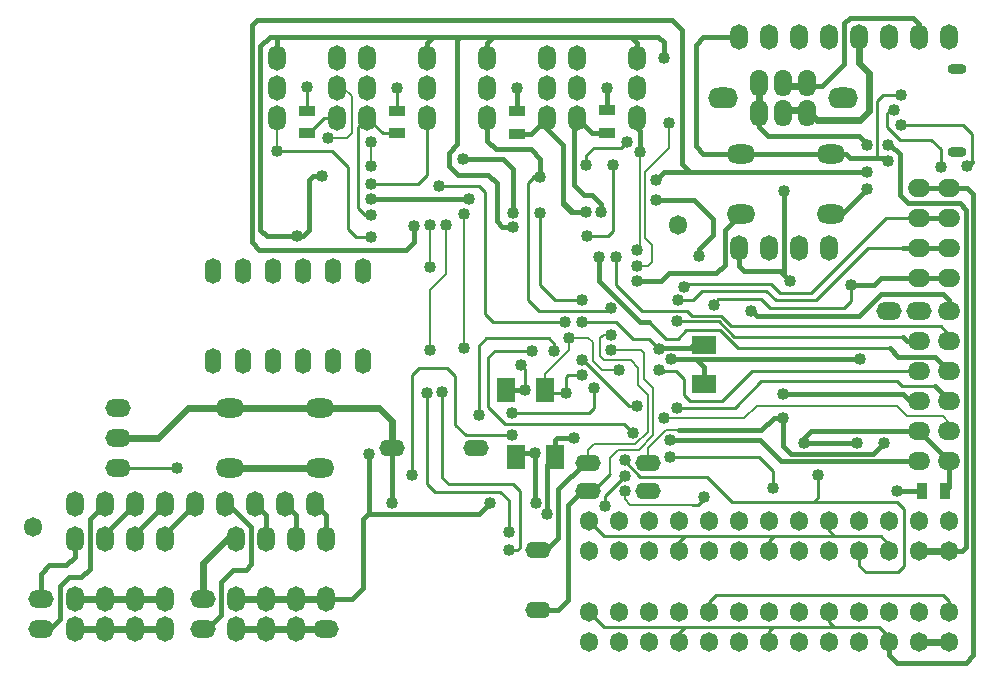
<source format=gbl>
G04 (created by PCBNEW-RS274X (2012-01-19 BZR 3256)-stable) date 30/5/2556 14:25:47*
G01*
G70*
G90*
%MOIN*%
G04 Gerber Fmt 3.4, Leading zero omitted, Abs format*
%FSLAX34Y34*%
G04 APERTURE LIST*
%ADD10C,0.006000*%
%ADD11O,0.060000X0.065000*%
%ADD12O,0.060000X0.085000*%
%ADD13O,0.085000X0.055000*%
%ADD14O,0.085000X0.060000*%
%ADD15O,0.095000X0.064000*%
%ADD16O,0.060000X0.090000*%
%ADD17O,0.100000X0.070000*%
%ADD18O,0.055000X0.085000*%
%ADD19O,0.075000X0.060000*%
%ADD20R,0.060000X0.080000*%
%ADD21R,0.080000X0.060000*%
%ADD22R,0.035000X0.055000*%
%ADD23C,0.060000*%
%ADD24R,0.055000X0.035000*%
%ADD25O,0.063000X0.035400*%
%ADD26C,0.040000*%
%ADD27C,0.010000*%
%ADD28C,0.015000*%
%ADD29C,0.008000*%
%ADD30C,0.024000*%
G04 APERTURE END LIST*
G54D10*
G54D11*
X71949Y-48170D03*
X71949Y-49170D03*
X70949Y-48170D03*
X70949Y-49170D03*
X69949Y-48170D03*
X69949Y-49170D03*
X68949Y-48170D03*
X68949Y-49170D03*
X67949Y-48170D03*
X67949Y-49170D03*
X66949Y-48170D03*
X66949Y-49170D03*
X65949Y-48170D03*
X65949Y-49170D03*
X64949Y-48170D03*
X64949Y-49170D03*
X63949Y-48170D03*
X63949Y-49170D03*
X62949Y-48170D03*
X62949Y-49170D03*
X61949Y-48170D03*
X61949Y-49170D03*
X60949Y-48170D03*
X60949Y-49170D03*
X59949Y-48170D03*
X59949Y-49170D03*
X41402Y-45342D03*
X62898Y-35283D03*
G54D12*
X64943Y-36027D03*
X65943Y-36027D03*
X66943Y-36027D03*
X67943Y-36027D03*
G54D13*
X58246Y-48116D03*
X58246Y-46116D03*
G54D14*
X41678Y-48737D03*
X41678Y-47737D03*
G54D15*
X68016Y-32897D03*
X68016Y-34897D03*
X65016Y-32897D03*
X65016Y-34897D03*
G54D16*
X67210Y-30530D03*
X67210Y-31550D03*
X66410Y-30530D03*
X66410Y-31550D03*
X65610Y-30530D03*
X65610Y-31550D03*
G54D17*
X64410Y-31040D03*
X68410Y-31040D03*
G54D12*
X48186Y-45737D03*
X49186Y-45737D03*
X50186Y-45737D03*
X51186Y-45737D03*
G54D14*
X47064Y-48745D03*
X47064Y-47745D03*
G54D13*
X61914Y-43204D03*
X59914Y-43204D03*
G54D12*
X51538Y-29692D03*
X51538Y-30692D03*
X51538Y-31692D03*
X52538Y-29692D03*
X52538Y-30692D03*
X52538Y-31692D03*
G54D18*
X52423Y-36816D03*
X47423Y-36816D03*
X47423Y-39808D03*
X52423Y-39808D03*
X51423Y-39808D03*
X50423Y-39808D03*
X49423Y-39808D03*
X48423Y-39808D03*
X51423Y-36816D03*
X50423Y-36816D03*
X49423Y-36816D03*
X48423Y-36816D03*
G54D12*
X42804Y-44564D03*
X43804Y-44564D03*
X44804Y-44564D03*
X45804Y-44564D03*
X46804Y-44564D03*
X47804Y-44564D03*
X48804Y-44564D03*
X49804Y-44564D03*
X50804Y-44564D03*
X61538Y-31692D03*
X61538Y-30692D03*
X61538Y-29692D03*
X56538Y-31692D03*
X56538Y-30692D03*
X56538Y-29692D03*
X54538Y-31692D03*
X54538Y-30692D03*
X54538Y-29692D03*
X49538Y-31692D03*
X49538Y-30692D03*
X49538Y-29692D03*
G54D14*
X44237Y-41361D03*
X44237Y-42361D03*
X44237Y-43361D03*
G54D13*
X61914Y-44136D03*
X59914Y-44136D03*
G54D12*
X58538Y-29692D03*
X58538Y-30692D03*
X58538Y-31692D03*
X59538Y-29692D03*
X59538Y-30692D03*
X59538Y-31692D03*
G54D19*
X71950Y-43150D03*
X71950Y-42150D03*
X71950Y-41150D03*
X71950Y-40150D03*
X71950Y-39150D03*
X71950Y-38150D03*
X70950Y-43150D03*
X70950Y-42150D03*
X70950Y-41150D03*
X70950Y-40150D03*
X70950Y-39150D03*
G54D12*
X51186Y-47737D03*
G54D14*
X51186Y-48737D03*
G54D12*
X50186Y-47737D03*
X50186Y-48737D03*
X49186Y-47737D03*
X49186Y-48737D03*
X48186Y-47737D03*
X48186Y-48737D03*
X42800Y-45737D03*
X43800Y-45737D03*
X44800Y-45737D03*
X45800Y-45737D03*
X45800Y-47737D03*
X45800Y-48737D03*
X44800Y-47737D03*
X44800Y-48737D03*
X43800Y-47737D03*
X43800Y-48737D03*
X42800Y-47737D03*
X42800Y-48737D03*
G54D20*
X57508Y-43008D03*
X58808Y-43008D03*
X57166Y-40779D03*
X58466Y-40779D03*
G54D21*
X63783Y-39283D03*
X63783Y-40583D03*
G54D22*
X71045Y-44142D03*
X71795Y-44142D03*
G54D23*
X71865Y-34030D02*
X72015Y-34030D01*
X71865Y-35030D02*
X72015Y-35030D01*
X71865Y-36030D02*
X72015Y-36030D01*
X71865Y-37030D02*
X72015Y-37030D01*
G54D12*
X70944Y-29016D03*
X71944Y-29016D03*
G54D14*
X70930Y-38150D03*
X69930Y-38150D03*
G54D24*
X50544Y-31461D03*
X50544Y-32211D03*
X53543Y-31468D03*
X53543Y-32218D03*
X57540Y-31482D03*
X57540Y-32232D03*
X60537Y-31449D03*
X60537Y-32199D03*
G54D15*
X50976Y-41378D03*
X50976Y-43378D03*
X47976Y-41378D03*
X47976Y-43378D03*
G54D11*
X71951Y-45149D03*
X71951Y-46149D03*
X70951Y-45149D03*
X70951Y-46149D03*
X69951Y-45149D03*
X69951Y-46149D03*
X68951Y-45149D03*
X68951Y-46149D03*
X67951Y-45149D03*
X67951Y-46149D03*
X66951Y-45149D03*
X66951Y-46149D03*
X65951Y-45149D03*
X65951Y-46149D03*
X64951Y-45149D03*
X64951Y-46149D03*
X63951Y-45149D03*
X63951Y-46149D03*
X62951Y-45149D03*
X62951Y-46149D03*
X61951Y-45149D03*
X61951Y-46149D03*
X60951Y-45149D03*
X60951Y-46149D03*
X59951Y-45149D03*
X59951Y-46149D03*
G54D23*
X70865Y-34030D02*
X71015Y-34030D01*
X70865Y-35030D02*
X71015Y-35030D01*
X70865Y-36030D02*
X71015Y-36030D01*
X70865Y-37030D02*
X71015Y-37030D01*
G54D25*
X72192Y-32822D03*
X72192Y-30066D03*
G54D12*
X64944Y-29015D03*
X65944Y-29015D03*
X66944Y-29015D03*
X67944Y-29015D03*
X69944Y-29016D03*
X68944Y-29016D03*
G54D13*
X56183Y-42714D03*
X53383Y-42714D03*
G54D26*
X67118Y-42544D03*
X59703Y-40266D03*
X60926Y-40111D03*
X58170Y-44526D03*
X62684Y-39741D03*
X59265Y-39030D03*
X68964Y-39742D03*
X59153Y-38505D03*
X56633Y-44528D03*
X52605Y-42915D03*
X58152Y-42874D03*
X68880Y-42546D03*
X59160Y-40881D03*
X54941Y-33975D03*
X69206Y-33518D03*
X64101Y-37932D03*
X62184Y-33780D03*
X54102Y-35292D03*
X69207Y-32601D03*
X68667Y-37266D03*
X62609Y-31883D03*
X61554Y-36648D03*
X52668Y-35681D03*
X49532Y-32796D03*
X60660Y-38034D03*
X58314Y-33660D03*
X54639Y-36681D03*
X54634Y-35286D03*
X52668Y-33906D03*
X61554Y-36098D03*
X61638Y-32844D03*
X53385Y-44532D03*
X65351Y-38129D03*
X60462Y-44645D03*
X70353Y-30929D03*
X62290Y-39410D03*
X57798Y-40766D03*
X59716Y-37767D03*
X58532Y-44892D03*
X66420Y-40916D03*
X50199Y-35643D03*
X51032Y-33624D03*
X66441Y-34128D03*
X58316Y-34855D03*
X59716Y-38506D03*
X69909Y-33153D03*
X66628Y-37136D03*
X57408Y-34856D03*
X57408Y-35334D03*
X55776Y-39374D03*
X59872Y-35628D03*
X69780Y-42544D03*
X62430Y-29712D03*
X55756Y-33082D03*
X66417Y-41694D03*
X60736Y-33268D03*
X59448Y-42372D03*
X61128Y-43628D03*
X57661Y-39931D03*
X55782Y-34902D03*
X60847Y-36343D03*
X70106Y-31446D03*
X71672Y-33330D03*
X54537Y-40854D03*
X57261Y-45498D03*
X57261Y-46113D03*
X70353Y-31932D03*
X55056Y-40851D03*
X72558Y-33318D03*
X58763Y-39456D03*
X56259Y-41619D03*
X46192Y-43361D03*
X61128Y-44130D03*
X63762Y-44342D03*
X51233Y-32360D03*
X52668Y-34952D03*
X59853Y-34848D03*
X60341Y-34848D03*
X61396Y-42200D03*
X62637Y-42444D03*
X58049Y-39454D03*
X62446Y-41716D03*
X62868Y-41356D03*
X70194Y-44146D03*
X55182Y-35284D03*
X54642Y-39431D03*
X60660Y-39436D03*
X60660Y-38940D03*
X59703Y-39759D03*
X61553Y-41292D03*
X61553Y-37141D03*
X69206Y-34079D03*
X61205Y-32508D03*
X59855Y-33273D03*
X53542Y-30690D03*
X52668Y-33318D03*
X52668Y-32502D03*
X50540Y-30682D03*
X57542Y-30690D03*
X60536Y-30696D03*
X62874Y-38478D03*
X62289Y-40095D03*
X62640Y-43012D03*
X66084Y-44036D03*
X60288Y-36352D03*
X63117Y-37332D03*
X62906Y-37769D03*
X57370Y-41546D03*
X54033Y-43617D03*
X57369Y-42279D03*
X60105Y-40692D03*
X67587Y-43596D03*
X61131Y-43089D03*
X69903Y-32594D03*
X55936Y-34394D03*
X52671Y-34395D03*
X63599Y-36320D03*
X62181Y-34439D03*
G54D27*
X59160Y-40881D02*
X59160Y-40349D01*
G54D28*
X53270Y-44894D02*
X52576Y-44894D01*
X63506Y-39741D02*
X68963Y-39741D01*
G54D29*
X58466Y-40227D02*
X58466Y-40779D01*
G54D27*
X59160Y-40349D02*
X59243Y-40266D01*
X59243Y-40266D02*
X59703Y-40266D01*
G54D29*
X59265Y-39428D02*
X58466Y-40227D01*
X59265Y-39030D02*
X59918Y-39030D01*
X60926Y-40111D02*
X60365Y-40111D01*
G54D28*
X68878Y-42544D02*
X67118Y-42544D01*
X69468Y-42150D02*
X67351Y-42150D01*
G54D27*
X56469Y-34164D02*
X56469Y-38223D01*
G54D30*
X49186Y-47737D02*
X50186Y-47737D01*
G54D27*
X54941Y-33975D02*
X56280Y-33975D01*
G54D30*
X50186Y-47737D02*
X51186Y-47737D01*
G54D28*
X52043Y-47737D02*
X51186Y-47737D01*
X53270Y-44894D02*
X56267Y-44894D01*
X56267Y-44894D02*
X56633Y-44528D01*
X58152Y-44508D02*
X58170Y-44526D01*
G54D27*
X56751Y-38505D02*
X59153Y-38505D01*
G54D28*
X62684Y-39741D02*
X63506Y-39741D01*
X67118Y-42544D02*
X67118Y-42546D01*
G54D30*
X42800Y-47737D02*
X43800Y-47737D01*
G54D27*
X56469Y-38223D02*
X56751Y-38505D01*
G54D28*
X68878Y-42544D02*
X68880Y-42546D01*
G54D29*
X60067Y-39813D02*
X60365Y-40111D01*
X60067Y-39179D02*
X60067Y-39813D01*
X59918Y-39030D02*
X60067Y-39179D01*
G54D30*
X43800Y-47737D02*
X44800Y-47737D01*
X44800Y-47737D02*
X45800Y-47737D01*
G54D28*
X58152Y-42874D02*
X57642Y-42874D01*
X52605Y-44865D02*
X52576Y-44894D01*
X67351Y-42150D02*
X67118Y-42383D01*
G54D27*
X59153Y-38505D02*
X59154Y-38505D01*
G54D28*
X52576Y-44894D02*
X52411Y-45059D01*
X71950Y-43150D02*
X70950Y-42150D01*
X71950Y-43987D02*
X71795Y-44142D01*
X67118Y-42383D02*
X67118Y-42544D01*
X57642Y-42874D02*
X57508Y-43008D01*
G54D27*
X59160Y-40881D02*
X58568Y-40881D01*
G54D28*
X52605Y-42915D02*
X52605Y-44865D01*
G54D30*
X48186Y-47737D02*
X49186Y-47737D01*
G54D28*
X58152Y-42874D02*
X58152Y-44508D01*
X71950Y-43150D02*
X71950Y-43987D01*
G54D27*
X56280Y-33975D02*
X56469Y-34164D01*
G54D29*
X59265Y-39030D02*
X59265Y-39428D01*
G54D27*
X58568Y-40881D02*
X58466Y-40779D01*
X58568Y-40881D02*
X58466Y-40779D01*
G54D28*
X70950Y-42150D02*
X69468Y-42150D01*
X63783Y-40018D02*
X63506Y-39741D01*
X68963Y-39741D02*
X68964Y-39742D01*
G54D27*
X58568Y-40881D02*
X58466Y-40779D01*
G54D28*
X52411Y-45059D02*
X52411Y-47369D01*
X52411Y-47369D02*
X52043Y-47737D01*
X63783Y-40583D02*
X63783Y-40018D01*
X69206Y-33518D02*
X63314Y-33518D01*
X63030Y-33234D02*
X63314Y-33518D01*
X62715Y-28440D02*
X63030Y-28755D01*
X62559Y-28440D02*
X62564Y-28445D01*
X69449Y-37266D02*
X69685Y-37030D01*
G54D27*
X64101Y-37932D02*
X64101Y-37893D01*
G54D28*
X65610Y-31990D02*
X65917Y-32297D01*
X63314Y-33518D02*
X62446Y-33518D01*
G54D27*
X68437Y-38048D02*
X68117Y-38048D01*
G54D28*
X49221Y-36100D02*
X48952Y-36100D01*
G54D27*
X68117Y-38048D02*
X66663Y-38048D01*
G54D28*
X49322Y-28440D02*
X48862Y-28440D01*
X48705Y-35853D02*
X48952Y-36100D01*
X54102Y-35848D02*
X53850Y-36100D01*
X65610Y-31440D02*
X65610Y-31990D01*
X68667Y-37266D02*
X69449Y-37266D01*
X48705Y-28597D02*
X48705Y-35853D01*
G54D27*
X65679Y-37746D02*
X65484Y-37746D01*
G54D28*
X61890Y-28440D02*
X62715Y-28440D01*
G54D27*
X68667Y-37266D02*
X68667Y-37818D01*
G54D28*
X68930Y-32297D02*
X68572Y-32297D01*
X69168Y-32535D02*
X69168Y-32535D01*
X62415Y-28440D02*
X62559Y-28440D01*
G54D27*
X66663Y-38048D02*
X65981Y-38048D01*
G54D30*
X65610Y-30640D02*
X65610Y-31440D01*
G54D28*
X63030Y-32991D02*
X63030Y-33234D01*
X69168Y-32601D02*
X69168Y-32535D01*
G54D27*
X68667Y-37818D02*
X68437Y-38048D01*
G54D28*
X65917Y-32297D02*
X68572Y-32297D01*
X63030Y-28755D02*
X63030Y-32991D01*
X61890Y-28440D02*
X62415Y-28440D01*
X49322Y-28440D02*
X61890Y-28440D01*
G54D27*
X65981Y-38048D02*
X65679Y-37746D01*
G54D28*
X48862Y-28440D02*
X48705Y-28597D01*
X69168Y-32535D02*
X68930Y-32297D01*
X69685Y-37030D02*
X70940Y-37030D01*
X70940Y-37030D02*
X71940Y-37030D01*
X53850Y-36100D02*
X49221Y-36100D01*
X62446Y-33518D02*
X62184Y-33780D01*
X54102Y-35292D02*
X54102Y-35848D01*
X69207Y-32601D02*
X69168Y-32601D01*
G54D27*
X65484Y-37746D02*
X64658Y-37746D01*
X64248Y-37746D02*
X64658Y-37746D01*
X64101Y-37893D02*
X64248Y-37746D01*
G54D29*
X61898Y-36648D02*
X61554Y-36648D01*
X62609Y-31883D02*
X62609Y-32701D01*
X62034Y-35938D02*
X62034Y-36512D01*
X62034Y-36512D02*
X61898Y-36648D01*
X61814Y-33496D02*
X61814Y-35718D01*
X62609Y-32701D02*
X61814Y-33496D01*
X61814Y-35718D02*
X62034Y-35938D01*
G54D27*
X52668Y-35681D02*
X52187Y-35681D01*
G54D29*
X49532Y-32796D02*
X49532Y-31698D01*
G54D27*
X51367Y-32796D02*
X51905Y-33334D01*
X49532Y-32796D02*
X51367Y-32796D01*
X51905Y-33334D02*
X51551Y-32980D01*
X52187Y-35681D02*
X51905Y-35399D01*
G54D29*
X49532Y-31698D02*
X49538Y-31692D01*
G54D27*
X51905Y-35399D02*
X51905Y-33334D01*
X60562Y-38132D02*
X60660Y-38034D01*
X58274Y-38132D02*
X60562Y-38132D01*
G54D28*
X58009Y-32753D02*
X58314Y-33058D01*
X56538Y-31692D02*
X56538Y-32465D01*
G54D27*
X57902Y-34079D02*
X57902Y-33867D01*
X57902Y-34380D02*
X57902Y-37044D01*
G54D28*
X56826Y-32753D02*
X58009Y-32753D01*
G54D27*
X57902Y-33867D02*
X58109Y-33660D01*
X57902Y-34119D02*
X57902Y-34079D01*
G54D28*
X58314Y-33660D02*
X58109Y-33660D01*
X56538Y-32465D02*
X56826Y-32753D01*
X58314Y-33058D02*
X58314Y-33660D01*
G54D27*
X57902Y-37760D02*
X58274Y-38132D01*
X57902Y-37044D02*
X57902Y-37760D01*
X57902Y-34380D02*
X57902Y-34119D01*
G54D29*
X54635Y-36225D02*
X54635Y-35287D01*
X54639Y-36681D02*
X54635Y-36711D01*
X54635Y-35287D02*
X54634Y-35286D01*
X54635Y-36711D02*
X54635Y-36225D01*
G54D27*
X54538Y-33613D02*
X54538Y-31692D01*
X54245Y-33906D02*
X54538Y-33613D01*
X52668Y-33906D02*
X54245Y-33906D01*
G54D28*
X61538Y-31692D02*
X61538Y-32042D01*
G54D29*
X61638Y-36014D02*
X61554Y-36098D01*
X61638Y-32844D02*
X61638Y-36014D01*
X61638Y-32816D02*
X61638Y-36014D01*
X61638Y-36014D02*
X61554Y-36098D01*
G54D28*
X61638Y-32142D02*
X61638Y-32816D01*
X61538Y-32042D02*
X61638Y-32142D01*
G54D29*
X61638Y-36014D02*
X61554Y-36098D01*
G54D28*
X61638Y-32816D02*
X61638Y-32844D01*
X42800Y-46324D02*
X42800Y-45737D01*
X41678Y-47737D02*
X41678Y-46894D01*
X41678Y-46894D02*
X41957Y-46615D01*
X42509Y-46615D02*
X42800Y-46324D01*
X41957Y-46615D02*
X42509Y-46615D01*
X43800Y-45568D02*
X44804Y-44564D01*
X43800Y-45737D02*
X43800Y-45568D01*
X44800Y-45568D02*
X45804Y-44564D01*
X44800Y-45737D02*
X44800Y-45568D01*
X45800Y-45568D02*
X46804Y-44564D01*
X45800Y-45737D02*
X45800Y-45568D01*
G54D30*
X47064Y-46544D02*
X47871Y-45737D01*
X47064Y-47745D02*
X47064Y-46544D01*
X47871Y-45737D02*
X48186Y-45737D01*
G54D28*
X49186Y-45737D02*
X49186Y-44946D01*
X49186Y-44946D02*
X48804Y-44564D01*
X51186Y-45737D02*
X51186Y-44946D01*
X51186Y-44946D02*
X50804Y-44564D01*
X50186Y-44946D02*
X49804Y-44564D01*
X50186Y-45737D02*
X50186Y-44946D01*
G54D27*
X63949Y-48170D02*
X63949Y-47821D01*
X64160Y-47610D02*
X71740Y-47610D01*
X63949Y-47821D02*
X64160Y-47610D01*
X71949Y-47819D02*
X71949Y-48170D01*
X71740Y-47610D02*
X71949Y-47819D01*
G54D28*
X71950Y-38150D02*
X71950Y-37776D01*
X65121Y-36816D02*
X66308Y-36816D01*
G54D29*
X55776Y-39374D02*
X55784Y-34904D01*
G54D27*
X59716Y-37767D02*
X58812Y-37767D01*
G54D28*
X55275Y-33300D02*
X55275Y-32858D01*
G54D27*
X67949Y-48499D02*
X68120Y-48670D01*
G54D28*
X57798Y-40766D02*
X57392Y-40776D01*
G54D27*
X66150Y-45650D02*
X68130Y-45650D01*
X61128Y-43648D02*
X61128Y-43628D01*
G54D28*
X69783Y-33027D02*
X69909Y-33153D01*
G54D27*
X66080Y-48670D02*
X66110Y-48670D01*
G54D28*
X63756Y-29015D02*
X64944Y-29015D01*
G54D27*
X65949Y-49170D02*
X65949Y-48801D01*
X60587Y-35628D02*
X59872Y-35628D01*
G54D28*
X68516Y-32897D02*
X68646Y-33027D01*
X72556Y-34030D02*
X72758Y-34232D01*
G54D27*
X57798Y-40766D02*
X57798Y-40068D01*
G54D28*
X63500Y-29271D02*
X63756Y-29015D01*
G54D30*
X45580Y-42361D02*
X44237Y-42361D01*
G54D28*
X68646Y-33027D02*
X69544Y-33027D01*
G54D30*
X44800Y-48737D02*
X45800Y-48737D01*
G54D28*
X62430Y-29184D02*
X62430Y-29712D01*
X63500Y-30121D02*
X63500Y-29271D01*
X62430Y-29184D02*
X62244Y-28998D01*
X64943Y-36638D02*
X65121Y-36816D01*
X57408Y-33408D02*
X57408Y-34856D01*
G54D29*
X62511Y-42105D02*
X61914Y-42702D01*
G54D28*
X56728Y-28998D02*
X60977Y-28998D01*
X58884Y-42372D02*
X59448Y-42372D01*
G54D27*
X63150Y-48670D02*
X60449Y-48670D01*
G54D28*
X70940Y-34030D02*
X71940Y-34030D01*
G54D27*
X59716Y-38506D02*
X59717Y-38507D01*
G54D28*
X66687Y-42904D02*
X69420Y-42904D01*
G54D27*
X60462Y-44645D02*
X60462Y-44314D01*
G54D30*
X43800Y-48737D02*
X44800Y-48737D01*
G54D29*
X55784Y-34904D02*
X55782Y-34902D01*
G54D28*
X49195Y-35643D02*
X50199Y-35643D01*
X49304Y-28998D02*
X48986Y-29316D01*
G54D27*
X69949Y-49009D02*
X69949Y-49170D01*
G54D28*
X64943Y-36027D02*
X64943Y-36638D01*
G54D27*
X61407Y-39063D02*
X61943Y-39063D01*
G54D28*
X50610Y-33754D02*
X50740Y-33624D01*
X66417Y-42628D02*
X66414Y-42631D01*
G54D27*
X58316Y-37271D02*
X58316Y-35469D01*
G54D28*
X57082Y-33082D02*
X57408Y-33408D01*
G54D27*
X60452Y-45650D02*
X59951Y-45149D01*
X62949Y-48871D02*
X63150Y-48670D01*
G54D28*
X61538Y-29206D02*
X61538Y-29692D01*
X53383Y-42714D02*
X53385Y-44532D01*
X48986Y-35434D02*
X49195Y-35643D01*
G54D27*
X58316Y-35469D02*
X58316Y-34855D01*
G54D28*
X60977Y-28998D02*
X61330Y-28998D01*
X66441Y-36949D02*
X66628Y-37136D01*
X71950Y-37776D02*
X71758Y-37584D01*
X58532Y-43284D02*
X58808Y-43008D01*
G54D27*
X66110Y-48670D02*
X68120Y-48670D01*
X66110Y-45650D02*
X66150Y-45650D01*
X57798Y-40068D02*
X57661Y-39931D01*
G54D28*
X63783Y-39283D02*
X63398Y-39283D01*
X58808Y-42448D02*
X58884Y-42372D01*
X55548Y-29096D02*
X55646Y-28998D01*
X54538Y-29217D02*
X54757Y-28998D01*
G54D27*
X70353Y-30929D02*
X69736Y-30929D01*
G54D28*
X63500Y-30121D02*
X63500Y-32639D01*
X57798Y-40766D02*
X57179Y-40766D01*
G54D30*
X47976Y-41378D02*
X46563Y-41378D01*
G54D27*
X60736Y-35479D02*
X60587Y-35628D01*
X67951Y-45149D02*
X67951Y-45471D01*
G54D28*
X71758Y-37584D02*
X69849Y-37584D01*
X71940Y-34030D02*
X72556Y-34030D01*
G54D27*
X60850Y-38506D02*
X61407Y-39063D01*
G54D28*
X65016Y-32897D02*
X68016Y-32897D01*
X55756Y-33082D02*
X57082Y-33082D01*
G54D30*
X52958Y-41378D02*
X53385Y-41805D01*
G54D28*
X56861Y-33880D02*
X56581Y-33600D01*
X72506Y-49854D02*
X72758Y-49602D01*
G54D29*
X61914Y-42702D02*
X61914Y-43204D01*
G54D28*
X57408Y-35334D02*
X57048Y-35334D01*
X61938Y-28998D02*
X62244Y-28998D01*
X56538Y-29692D02*
X56538Y-29188D01*
X63327Y-39354D02*
X62346Y-39354D01*
X72758Y-34232D02*
X72758Y-34316D01*
X66308Y-36816D02*
X66628Y-37136D01*
X66099Y-41694D02*
X65688Y-42105D01*
X65526Y-38304D02*
X65351Y-38129D01*
X55575Y-33600D02*
X55275Y-33300D01*
G54D27*
X67949Y-48170D02*
X67949Y-48499D01*
X68120Y-48670D02*
X69610Y-48670D01*
G54D28*
X54757Y-28998D02*
X55646Y-28998D01*
G54D27*
X67951Y-45471D02*
X68130Y-45650D01*
G54D28*
X63398Y-39283D02*
X63327Y-39354D01*
X66440Y-36948D02*
X66628Y-37136D01*
X50610Y-33898D02*
X50610Y-33754D01*
X69849Y-37584D02*
X69665Y-37584D01*
G54D30*
X53385Y-41805D02*
X53383Y-42714D01*
G54D28*
X50740Y-33624D02*
X51032Y-33624D01*
G54D27*
X59716Y-38506D02*
X60850Y-38506D01*
X69660Y-45650D02*
X69951Y-45941D01*
G54D28*
X56538Y-29188D02*
X56728Y-28998D01*
G54D27*
X69544Y-31121D02*
X69544Y-31450D01*
G54D28*
X55646Y-28998D02*
X56728Y-28998D01*
X65016Y-32897D02*
X63758Y-32897D01*
G54D29*
X62951Y-42105D02*
X62852Y-42105D01*
G54D27*
X62951Y-45829D02*
X63130Y-45650D01*
G54D28*
X70400Y-40916D02*
X66420Y-40916D01*
X49500Y-28998D02*
X49538Y-28998D01*
G54D27*
X69951Y-45941D02*
X69951Y-46149D01*
G54D28*
X55548Y-32585D02*
X55275Y-32858D01*
X69949Y-49601D02*
X69949Y-49170D01*
X50610Y-35450D02*
X50417Y-35643D01*
X69544Y-33027D02*
X69783Y-33027D01*
G54D27*
X69544Y-33027D02*
X69544Y-31450D01*
G54D28*
X57179Y-40766D02*
X57166Y-40779D01*
X58532Y-44892D02*
X58532Y-43284D01*
G54D27*
X69736Y-30929D02*
X69544Y-31121D01*
G54D29*
X62852Y-42105D02*
X62511Y-42105D01*
G54D27*
X60462Y-44314D02*
X61128Y-43648D01*
G54D28*
X69665Y-37584D02*
X68945Y-38304D01*
G54D27*
X65951Y-45809D02*
X66110Y-45650D01*
G54D30*
X48186Y-48737D02*
X49186Y-48737D01*
X50976Y-41378D02*
X52958Y-41378D01*
G54D27*
X66150Y-45650D02*
X63130Y-45650D01*
X60736Y-33268D02*
X60736Y-35479D01*
G54D28*
X68945Y-38304D02*
X65526Y-38304D01*
G54D30*
X50186Y-48737D02*
X51186Y-48737D01*
G54D28*
X49861Y-28998D02*
X54757Y-28998D01*
G54D27*
X69610Y-48670D02*
X69949Y-49009D01*
G54D28*
X57048Y-35334D02*
X56861Y-35147D01*
G54D30*
X49186Y-48737D02*
X50186Y-48737D01*
G54D27*
X62951Y-46149D02*
X62951Y-45829D01*
G54D28*
X48986Y-29316D02*
X48986Y-35434D01*
X60977Y-28998D02*
X61938Y-28998D01*
X49500Y-28998D02*
X49861Y-28998D01*
X66099Y-41694D02*
X66417Y-41694D01*
X56581Y-33600D02*
X55575Y-33600D01*
G54D27*
X66110Y-48670D02*
X63150Y-48670D01*
X65951Y-46149D02*
X65951Y-45809D01*
G54D28*
X58808Y-43008D02*
X58808Y-42448D01*
X72758Y-49602D02*
X72758Y-34316D01*
X65688Y-42105D02*
X62951Y-42105D01*
G54D27*
X65949Y-48801D02*
X66080Y-48670D01*
G54D28*
X70202Y-49854D02*
X72506Y-49854D01*
G54D27*
X63130Y-45650D02*
X60452Y-45650D01*
X68130Y-45650D02*
X69660Y-45650D01*
X61943Y-39063D02*
X62290Y-39410D01*
G54D28*
X54538Y-29692D02*
X54538Y-29217D01*
X56861Y-35147D02*
X56861Y-33880D01*
X55548Y-29096D02*
X55548Y-32585D01*
X49538Y-29692D02*
X49538Y-28998D01*
X70950Y-41150D02*
X70634Y-41150D01*
X63758Y-32897D02*
X63500Y-32639D01*
X68016Y-32897D02*
X68516Y-32897D01*
G54D27*
X60449Y-48670D02*
X59949Y-48170D01*
G54D28*
X61330Y-28998D02*
X61538Y-29206D01*
X69420Y-42904D02*
X69780Y-42544D01*
X66441Y-34128D02*
X66441Y-36949D01*
G54D27*
X58812Y-37767D02*
X58316Y-37271D01*
X62949Y-49170D02*
X62949Y-48871D01*
G54D28*
X49861Y-28998D02*
X49304Y-28998D01*
X62346Y-39354D02*
X62290Y-39410D01*
G54D30*
X46563Y-41378D02*
X45580Y-42361D01*
G54D28*
X69949Y-49601D02*
X70202Y-49854D01*
X66417Y-41694D02*
X66417Y-42628D01*
X62244Y-28998D02*
X62430Y-29184D01*
G54D30*
X42800Y-48737D02*
X43800Y-48737D01*
G54D28*
X50417Y-35643D02*
X50199Y-35643D01*
X66414Y-42631D02*
X66687Y-42904D01*
G54D30*
X47976Y-41378D02*
X50976Y-41378D01*
G54D28*
X50610Y-33898D02*
X50610Y-35450D01*
X70634Y-41150D02*
X70400Y-40916D01*
G54D27*
X64687Y-38635D02*
X64348Y-38296D01*
X65784Y-38635D02*
X65706Y-38635D01*
X71660Y-38635D02*
X65784Y-38635D01*
X63216Y-38124D02*
X61704Y-38124D01*
X71950Y-38925D02*
X71660Y-38635D01*
X63388Y-38296D02*
X63216Y-38124D01*
X61704Y-38124D02*
X60847Y-37267D01*
X60847Y-37267D02*
X60847Y-36343D01*
X65208Y-38635D02*
X64687Y-38635D01*
X64348Y-38296D02*
X63388Y-38296D01*
X60847Y-36343D02*
X60847Y-36493D01*
X60847Y-36343D02*
X60847Y-37267D01*
X60847Y-36462D02*
X60847Y-36493D01*
X65706Y-38635D02*
X65208Y-38635D01*
G54D28*
X71950Y-38925D02*
X71950Y-39150D01*
G54D27*
X69863Y-31567D02*
X69863Y-31749D01*
X55027Y-44177D02*
X55025Y-44175D01*
X54816Y-44175D02*
X55025Y-44175D01*
X57261Y-45498D02*
X57261Y-44451D01*
X71672Y-33330D02*
X71672Y-32745D01*
X57261Y-44451D02*
X56987Y-44177D01*
X71672Y-32745D02*
X71358Y-32431D01*
X70106Y-31446D02*
X69984Y-31446D01*
X54537Y-43896D02*
X54816Y-44175D01*
X69863Y-31749D02*
X69863Y-32000D01*
X56987Y-44177D02*
X55027Y-44177D01*
X69863Y-32000D02*
X70294Y-32431D01*
X69984Y-31446D02*
X69863Y-31567D01*
X54537Y-40854D02*
X54537Y-43896D01*
X71358Y-32431D02*
X70294Y-32431D01*
X57627Y-44150D02*
X57397Y-43920D01*
X55056Y-43059D02*
X55056Y-43695D01*
G54D28*
X72707Y-33169D02*
X72558Y-33318D01*
G54D27*
X55281Y-43920D02*
X55720Y-43920D01*
X55056Y-43695D02*
X55281Y-43920D01*
X70353Y-31932D02*
X72406Y-31932D01*
X72406Y-31932D02*
X72723Y-32249D01*
X55056Y-43059D02*
X55056Y-40851D01*
X57397Y-43920D02*
X55720Y-43920D01*
X57627Y-46026D02*
X57627Y-44150D01*
X72723Y-33153D02*
X72558Y-33318D01*
X57540Y-46113D02*
X57627Y-46026D01*
X72723Y-32249D02*
X72723Y-33153D01*
X57540Y-46113D02*
X57261Y-46113D01*
X44237Y-43361D02*
X45643Y-43361D01*
X56261Y-39310D02*
X56261Y-40942D01*
X46192Y-43361D02*
X46193Y-43360D01*
X58592Y-39052D02*
X58763Y-39223D01*
X56261Y-39310D02*
X56261Y-39291D01*
X46192Y-43361D02*
X46193Y-43360D01*
X45712Y-43361D02*
X46192Y-43361D01*
X46192Y-43361D02*
X46193Y-43360D01*
X45643Y-43361D02*
X45712Y-43361D01*
X56259Y-40944D02*
X56261Y-40942D01*
X56500Y-39052D02*
X58592Y-39052D01*
X56259Y-41619D02*
X56259Y-40944D01*
X56261Y-39291D02*
X56500Y-39052D01*
X58763Y-39223D02*
X58763Y-39456D01*
G54D29*
X63387Y-44589D02*
X61480Y-44589D01*
X61128Y-44412D02*
X61305Y-44589D01*
G54D27*
X63560Y-44589D02*
X63762Y-44387D01*
G54D29*
X61305Y-44589D02*
X61480Y-44589D01*
X61128Y-44130D02*
X61128Y-44412D01*
G54D27*
X63762Y-44387D02*
X63762Y-44342D01*
X63560Y-44589D02*
X63387Y-44589D01*
G54D29*
X52034Y-30969D02*
X52034Y-32197D01*
X51757Y-30692D02*
X52034Y-30969D01*
X51538Y-30692D02*
X51757Y-30692D01*
X52034Y-32197D02*
X51871Y-32360D01*
X51871Y-32360D02*
X51233Y-32360D01*
G54D27*
X51123Y-31692D02*
X51538Y-31692D01*
X50544Y-32211D02*
X50604Y-32211D01*
X50604Y-32211D02*
X51123Y-31692D01*
X52227Y-34692D02*
X52227Y-33854D01*
X53543Y-32218D02*
X53064Y-32218D01*
X52227Y-33854D02*
X52227Y-32003D01*
X52668Y-34952D02*
X52487Y-34952D01*
X52487Y-34952D02*
X52227Y-34692D01*
X53064Y-32218D02*
X52538Y-31692D01*
X52227Y-32003D02*
X52538Y-31692D01*
G54D28*
X59159Y-34599D02*
X59140Y-34580D01*
X59059Y-34580D02*
X59327Y-34848D01*
G54D27*
X59408Y-34848D02*
X59140Y-34580D01*
G54D28*
X59408Y-34848D02*
X59159Y-34599D01*
X59059Y-32599D02*
X59059Y-34580D01*
X59853Y-34848D02*
X59408Y-34848D01*
X58538Y-32078D02*
X59059Y-32599D01*
X57540Y-32232D02*
X57998Y-32232D01*
X58538Y-31692D02*
X58538Y-32078D01*
X57998Y-32232D02*
X58538Y-31692D01*
X59327Y-34848D02*
X59853Y-34848D01*
X60537Y-32199D02*
X60045Y-32199D01*
X59787Y-34272D02*
X60053Y-34272D01*
X60341Y-34560D02*
X60341Y-34848D01*
X60053Y-34272D02*
X60341Y-34560D01*
X59444Y-32639D02*
X59444Y-33929D01*
X59444Y-32639D02*
X59444Y-31786D01*
X59444Y-33929D02*
X59787Y-34272D01*
X60045Y-32199D02*
X59538Y-31692D01*
X59444Y-31786D02*
X59538Y-31692D01*
G54D27*
X56793Y-39454D02*
X56588Y-39659D01*
X56588Y-41022D02*
X56588Y-41181D01*
G54D28*
X68733Y-43150D02*
X66340Y-43150D01*
X70950Y-43150D02*
X68733Y-43150D01*
G54D27*
X57618Y-39454D02*
X56793Y-39454D01*
X58049Y-39454D02*
X57618Y-39454D01*
X57144Y-41904D02*
X61100Y-41904D01*
X56588Y-41181D02*
X56588Y-41348D01*
X56588Y-41348D02*
X57144Y-41904D01*
X56588Y-39659D02*
X56588Y-41022D01*
G54D28*
X62637Y-42444D02*
X65634Y-42444D01*
X65634Y-42444D02*
X66340Y-43150D01*
G54D27*
X61100Y-41904D02*
X61396Y-42200D01*
G54D29*
X71950Y-42150D02*
X71950Y-41865D01*
X71950Y-41865D02*
X71730Y-41645D01*
X71730Y-41645D02*
X70532Y-41645D01*
X64386Y-41716D02*
X65125Y-41716D01*
X62446Y-41716D02*
X64386Y-41716D01*
X70199Y-41312D02*
X70532Y-41645D01*
X65125Y-41716D02*
X65529Y-41312D01*
X65529Y-41312D02*
X70199Y-41312D01*
G54D28*
X71950Y-41140D02*
X71950Y-41150D01*
G54D27*
X62868Y-41356D02*
X64813Y-41356D01*
X70862Y-40650D02*
X70364Y-40650D01*
X70364Y-40650D02*
X70196Y-40482D01*
X70196Y-40482D02*
X65687Y-40482D01*
X65687Y-40482D02*
X64813Y-41356D01*
G54D28*
X71950Y-41140D02*
X71460Y-40650D01*
G54D27*
X71460Y-40650D02*
X70862Y-40650D01*
G54D30*
X69279Y-30212D02*
X69279Y-31479D01*
X68944Y-29016D02*
X68944Y-29877D01*
X68985Y-31773D02*
X67543Y-31773D01*
X69279Y-31479D02*
X68985Y-31773D01*
X67543Y-31773D02*
X67210Y-31440D01*
X67210Y-31440D02*
X66410Y-31440D01*
X68944Y-29877D02*
X69279Y-30212D01*
G54D28*
X67700Y-30640D02*
X67210Y-30640D01*
X68453Y-29367D02*
X68453Y-29887D01*
X68635Y-28371D02*
X68453Y-28553D01*
X70944Y-28580D02*
X70735Y-28371D01*
X68453Y-29887D02*
X67700Y-30640D01*
X70944Y-29016D02*
X70944Y-28580D01*
G54D30*
X66410Y-30640D02*
X67210Y-30640D01*
G54D28*
X70735Y-28371D02*
X68635Y-28371D01*
X68453Y-28553D02*
X68453Y-29367D01*
X48073Y-46760D02*
X48497Y-46760D01*
X47915Y-44564D02*
X47804Y-44564D01*
X47674Y-47159D02*
X48073Y-46760D01*
X48678Y-45327D02*
X47915Y-44564D01*
X48497Y-46760D02*
X48678Y-46579D01*
X48678Y-46579D02*
X48678Y-45327D01*
G54D27*
X47064Y-48745D02*
X47193Y-48745D01*
G54D28*
X47193Y-48745D02*
X47674Y-48264D01*
X47674Y-48264D02*
X47674Y-47159D01*
X43300Y-46721D02*
X43300Y-45068D01*
X41978Y-48737D02*
X42296Y-48419D01*
X43300Y-45068D02*
X43804Y-44564D01*
X41678Y-48737D02*
X41978Y-48737D01*
X42296Y-48419D02*
X42296Y-47320D01*
X43009Y-47012D02*
X43300Y-46721D01*
X42296Y-47320D02*
X42604Y-47012D01*
X42604Y-47012D02*
X43009Y-47012D01*
X70194Y-44146D02*
X71041Y-44146D01*
X71041Y-44146D02*
X71045Y-44142D01*
G54D29*
X54642Y-39431D02*
X54642Y-37438D01*
X55184Y-35286D02*
X55182Y-35284D01*
X54642Y-37438D02*
X55184Y-36896D01*
X55184Y-36896D02*
X55184Y-35286D01*
G54D28*
X58894Y-48116D02*
X58246Y-48116D01*
G54D27*
X59914Y-44136D02*
X60071Y-44136D01*
G54D29*
X61782Y-39537D02*
X61782Y-39663D01*
X60642Y-43565D02*
X60642Y-43021D01*
X61592Y-42764D02*
X60899Y-42764D01*
G54D28*
X59248Y-44612D02*
X59248Y-47762D01*
G54D29*
X61782Y-39663D02*
X61782Y-40173D01*
G54D28*
X59724Y-44136D02*
X59248Y-44612D01*
G54D29*
X60660Y-39436D02*
X60867Y-39436D01*
X60867Y-39436D02*
X61681Y-39436D01*
G54D27*
X60071Y-44136D02*
X60642Y-43565D01*
G54D29*
X61782Y-40407D02*
X62086Y-40711D01*
X60642Y-43021D02*
X60899Y-42764D01*
X62086Y-42270D02*
X61592Y-42764D01*
G54D28*
X59248Y-47762D02*
X58894Y-48116D01*
G54D29*
X62086Y-40711D02*
X62086Y-42270D01*
G54D28*
X59914Y-44136D02*
X59724Y-44136D01*
G54D29*
X61681Y-39436D02*
X61782Y-39537D01*
X61782Y-40173D02*
X61782Y-40407D01*
X59914Y-43204D02*
X59914Y-42762D01*
X60106Y-42570D02*
X59914Y-42762D01*
X61485Y-42570D02*
X60106Y-42570D01*
X61892Y-42163D02*
X61485Y-42570D01*
X61575Y-40023D02*
X61575Y-40064D01*
G54D28*
X59802Y-43204D02*
X59914Y-43204D01*
G54D29*
X60412Y-38940D02*
X60300Y-39052D01*
G54D28*
X58524Y-46116D02*
X58920Y-45720D01*
G54D29*
X61337Y-39785D02*
X61575Y-40023D01*
X60819Y-39785D02*
X60445Y-39785D01*
X61575Y-40613D02*
X61892Y-40930D01*
X61892Y-41889D02*
X61892Y-42163D01*
X60445Y-39785D02*
X60300Y-39640D01*
X61892Y-40930D02*
X61892Y-41889D01*
X60819Y-39785D02*
X61337Y-39785D01*
G54D28*
X58920Y-45720D02*
X58920Y-44086D01*
X58246Y-46116D02*
X58524Y-46116D01*
G54D29*
X60300Y-39052D02*
X60396Y-38956D01*
X60660Y-38940D02*
X60412Y-38940D01*
X60300Y-39640D02*
X60300Y-39052D01*
X61575Y-40064D02*
X61575Y-40613D01*
G54D28*
X58920Y-44086D02*
X59802Y-43204D01*
G54D27*
X59727Y-39759D02*
X59703Y-39759D01*
X60334Y-40366D02*
X59727Y-39759D01*
X60342Y-40366D02*
X60334Y-40366D01*
X61268Y-41292D02*
X61553Y-41292D01*
X60342Y-40366D02*
X61268Y-41292D01*
G54D28*
X62357Y-37141D02*
X62615Y-36883D01*
X61553Y-37141D02*
X62357Y-37141D01*
X64461Y-35681D02*
X64461Y-35452D01*
X68388Y-34897D02*
X69206Y-34079D01*
X64461Y-35452D02*
X65016Y-34897D01*
X64461Y-35681D02*
X64461Y-36598D01*
X68016Y-34897D02*
X68388Y-34897D01*
X64176Y-36883D02*
X62615Y-36883D01*
G54D27*
X61553Y-37141D02*
X61554Y-37142D01*
G54D28*
X64461Y-36598D02*
X64176Y-36883D01*
X65016Y-34897D02*
X65016Y-34904D01*
X64461Y-35459D02*
X64461Y-35681D01*
G54D27*
X60102Y-32700D02*
X61013Y-32700D01*
X59855Y-33312D02*
X59855Y-32947D01*
G54D28*
X59855Y-33273D02*
X59855Y-33312D01*
G54D27*
X61013Y-32700D02*
X61205Y-32508D01*
X59855Y-32947D02*
X60102Y-32700D01*
X53542Y-30690D02*
X53542Y-31467D01*
X53542Y-31467D02*
X53543Y-31468D01*
G54D29*
X52668Y-32502D02*
X52668Y-33318D01*
G54D27*
X50540Y-31457D02*
X50544Y-31461D01*
X50540Y-30682D02*
X50540Y-31457D01*
G54D28*
X57542Y-31480D02*
X57540Y-31482D01*
X57542Y-30690D02*
X57542Y-31480D01*
X60536Y-31448D02*
X60537Y-31449D01*
X60536Y-30696D02*
X60536Y-31448D01*
G54D27*
X70394Y-38993D02*
X65813Y-38993D01*
G54D28*
X70551Y-39150D02*
X70394Y-38993D01*
G54D27*
X64272Y-38478D02*
X62874Y-38478D01*
X64787Y-38993D02*
X64272Y-38478D01*
X65813Y-38993D02*
X64787Y-38993D01*
G54D28*
X70950Y-39150D02*
X70551Y-39150D01*
G54D27*
X62858Y-40150D02*
X63105Y-40397D01*
X63105Y-40929D02*
X63306Y-41130D01*
X63105Y-40397D02*
X62857Y-40149D01*
X63105Y-40713D02*
X63105Y-40397D01*
X62727Y-40150D02*
X62408Y-40150D01*
X64387Y-41130D02*
X65367Y-40150D01*
X70950Y-40150D02*
X65367Y-40150D01*
G54D28*
X62408Y-40150D02*
X62289Y-40095D01*
G54D27*
X62857Y-40149D02*
X62343Y-40149D01*
X63306Y-41130D02*
X64206Y-41130D01*
G54D28*
X62343Y-40149D02*
X62289Y-40095D01*
G54D27*
X64206Y-41130D02*
X64387Y-41130D01*
X63105Y-40713D02*
X63105Y-40929D01*
X62727Y-40150D02*
X62858Y-40150D01*
X66084Y-44036D02*
X66083Y-43470D01*
X66083Y-43470D02*
X65625Y-43012D01*
X65625Y-43012D02*
X62640Y-43012D01*
X60288Y-36352D02*
X60288Y-36547D01*
X69961Y-39384D02*
X64920Y-39384D01*
X62896Y-39065D02*
X62513Y-39065D01*
X64308Y-38772D02*
X63189Y-38772D01*
G54D28*
X60288Y-37062D02*
X60288Y-37145D01*
X61944Y-38496D02*
X61639Y-38496D01*
X71950Y-40150D02*
X71950Y-40140D01*
G54D27*
X62513Y-39065D02*
X61944Y-38496D01*
G54D28*
X60288Y-36887D02*
X60288Y-37062D01*
G54D27*
X60288Y-36442D02*
X60288Y-36547D01*
G54D28*
X60288Y-37062D02*
X60288Y-36352D01*
G54D27*
X63189Y-38772D02*
X62896Y-39065D01*
G54D28*
X71470Y-39660D02*
X70817Y-39660D01*
G54D27*
X60288Y-36547D02*
X60288Y-36887D01*
G54D28*
X70237Y-39660D02*
X69961Y-39384D01*
X71950Y-40140D02*
X71470Y-39660D01*
G54D27*
X64920Y-39384D02*
X64308Y-38772D01*
G54D28*
X60288Y-37145D02*
X61639Y-38496D01*
X70817Y-39660D02*
X70237Y-39660D01*
G54D27*
X65698Y-37226D02*
X65149Y-37226D01*
X67341Y-37526D02*
X66994Y-37526D01*
X69837Y-35030D02*
X67341Y-37526D01*
X65149Y-37226D02*
X63284Y-37226D01*
X63178Y-37332D02*
X63284Y-37226D01*
X70940Y-35030D02*
X69837Y-35030D01*
X66008Y-37226D02*
X65698Y-37226D01*
X66308Y-37526D02*
X66008Y-37226D01*
G54D28*
X70940Y-35030D02*
X71940Y-35030D01*
G54D27*
X66994Y-37526D02*
X66308Y-37526D01*
X63117Y-37332D02*
X63178Y-37332D01*
X66175Y-37772D02*
X66171Y-37776D01*
X66171Y-37776D02*
X65849Y-37454D01*
X69257Y-36030D02*
X67744Y-37543D01*
G54D28*
X70392Y-36030D02*
X70940Y-36030D01*
G54D27*
X65540Y-37454D02*
X64719Y-37454D01*
X70392Y-36030D02*
X69257Y-36030D01*
X63724Y-37454D02*
X63409Y-37769D01*
G54D28*
X70940Y-36030D02*
X71940Y-36030D01*
G54D27*
X67744Y-37543D02*
X67515Y-37772D01*
X65849Y-37454D02*
X65540Y-37454D01*
X64719Y-37454D02*
X63724Y-37454D01*
X67515Y-37772D02*
X66175Y-37772D01*
X63409Y-37769D02*
X62906Y-37769D01*
X57369Y-42279D02*
X57370Y-42280D01*
G54D30*
X47976Y-43378D02*
X50976Y-43378D01*
G54D27*
X54033Y-40285D02*
X54033Y-43617D01*
X57370Y-41546D02*
X59938Y-41546D01*
X60105Y-40692D02*
X60105Y-41379D01*
X60105Y-41379D02*
X59938Y-41546D01*
X57369Y-42279D02*
X55838Y-42279D01*
X55489Y-40320D02*
X55216Y-40047D01*
X55216Y-40047D02*
X54271Y-40047D01*
X54271Y-40047D02*
X54033Y-40285D01*
X55489Y-41930D02*
X55489Y-40320D01*
X55838Y-42279D02*
X55489Y-41930D01*
X61131Y-43152D02*
X61131Y-43089D01*
X67365Y-44496D02*
X67298Y-44496D01*
X67752Y-44496D02*
X67433Y-44496D01*
X67587Y-43596D02*
X67587Y-44342D01*
X63872Y-43676D02*
X64692Y-44496D01*
X67298Y-44496D02*
X65303Y-44496D01*
X62145Y-43676D02*
X61655Y-43676D01*
X62145Y-43676D02*
X63872Y-43676D01*
X61655Y-43676D02*
X61131Y-43152D01*
X67587Y-44342D02*
X67433Y-44496D01*
X70450Y-46628D02*
X70228Y-46850D01*
X70208Y-44496D02*
X70450Y-44738D01*
X68951Y-46621D02*
X69180Y-46850D01*
X68951Y-46621D02*
X68951Y-46149D01*
X70228Y-46850D02*
X69180Y-46850D01*
X67752Y-44496D02*
X70208Y-44496D01*
X70450Y-44738D02*
X70450Y-46628D01*
X67433Y-44496D02*
X67365Y-44496D01*
X65303Y-44496D02*
X64692Y-44496D01*
G54D30*
X70949Y-49170D02*
X71949Y-49170D01*
G54D28*
X72518Y-45992D02*
X72361Y-46149D01*
X69903Y-32594D02*
X69985Y-32594D01*
X70308Y-32917D02*
X70308Y-33052D01*
X72518Y-37184D02*
X72518Y-45992D01*
X72518Y-34962D02*
X72518Y-34846D01*
X69985Y-32594D02*
X70308Y-32917D01*
X72294Y-34533D02*
X70587Y-34533D01*
X72518Y-34846D02*
X72518Y-34757D01*
G54D30*
X71951Y-46149D02*
X70951Y-46149D01*
G54D28*
X72518Y-34757D02*
X72294Y-34533D01*
X71951Y-46149D02*
X72361Y-46149D01*
X70308Y-34254D02*
X70587Y-34533D01*
X72518Y-34962D02*
X72518Y-37184D01*
X70308Y-33052D02*
X70308Y-34254D01*
X55935Y-34395D02*
X55936Y-34394D01*
X52671Y-34395D02*
X55935Y-34395D01*
X63433Y-34439D02*
X63344Y-34439D01*
X63599Y-36320D02*
X63599Y-36077D01*
X62181Y-34439D02*
X63344Y-34439D01*
X64065Y-35611D02*
X64065Y-35071D01*
X64065Y-35071D02*
X63433Y-34439D01*
X63599Y-36077D02*
X64065Y-35611D01*
M02*

</source>
